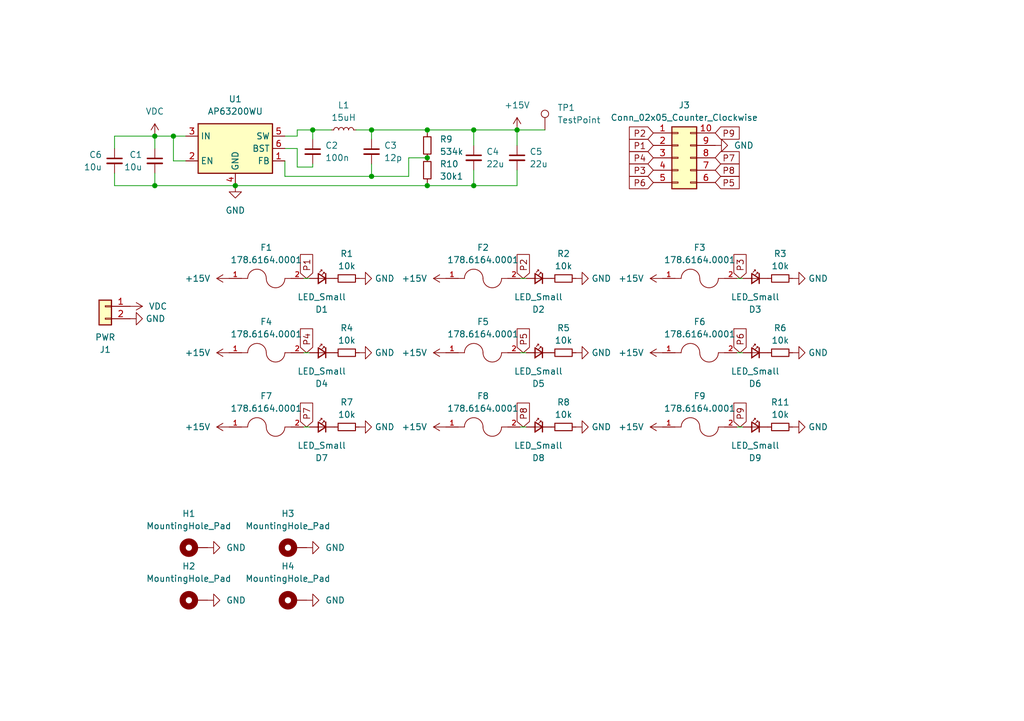
<source format=kicad_sch>
(kicad_sch (version 20230121) (generator eeschema)
  (paper "A5")
  (title_block (date "2025-10-14") (rev "v2025.10") (company "NCKU Formula Racing"))
  (lib_symbols
    (symbol "178.6164.0001:178.6164.0001" (pin_names (offset 1.016))
      (property "Reference" "J" (at -2.54 5.08 0))
      (property "Value" "178.6164.0001" (at -2.54 -5.08 0))
      (symbol "178.6164.0001_0_0"
        (arc (start 0 0) (mid -1.905 1.8967) (end -3.81 0) (stroke (width 0.1524)))
        (polyline (pts (xy -5.08 0) (xy -3.81 0)) (stroke (width 0.1524)))
        (polyline (pts (xy 5.08 0) (xy 3.81 0)) (stroke (width 0.1524)))
        (arc (start 0 0) (mid 1.905 -1.8967) (end 3.81 0) (stroke (width 0.1524)))
        (pin passive line (at -7.62 0 0) (length 2.54) (name "~") (number "1"))
        (pin passive line (at 7.62 0 180) (length 2.54) (name "~") (number "2"))
      )
    )
    (symbol "Connector:TestPoint" (pin_numbers hide) (pin_names (offset 0.762) hide)
      (property "Reference" "TP" (at 0 6.858 0))
      (property "Value" "TestPoint" (at 0 5.08 0))
      (symbol "TestPoint_0_1"
        (circle (center 0 3.302) (radius 0.762))
      )
      (symbol "TestPoint_1_1"
        (pin passive line (at 0 0 90) (length 2.54) (name "1") (number "1"))
      )
    )
    (symbol "Connector_Generic:Conn_01x02" (pin_names (offset 1.016) hide)
      (property "Reference" "J" (at 0 2.54 0))
      (property "Value" "Conn_01x02" (at 0 -5.08 0))
      (symbol "Conn_01x02_1_1"
        (rectangle (start -1.27 -2.413) (end 0 -2.667) (stroke (width 0.1524)))
        (rectangle (start -1.27 0.127) (end 0 -0.127) (stroke (width 0.1524)))
        (rectangle (start -1.27 1.27) (end 1.27 -3.81) (stroke (width 0.254)) (fill (type background)))
        (pin passive line (at -5.08 0 0) (length 3.81) (name "Pin_1") (number "1"))
        (pin passive line (at -5.08 -2.54 0) (length 3.81) (name "Pin_2") (number "2"))
      )
    )
    (symbol "Connector_Generic:Conn_02x05_Counter_Clockwise" (pin_names (offset 1.016) hide)
      (property "Reference" "J" (at 1.27 7.62 0))
      (property "Value" "Conn_02x05_Counter_Clockwise" (at 1.27 -7.62 0))
      (symbol "Conn_02x05_Counter_Clockwise_1_1"
        (rectangle (start -1.27 -4.953) (end 0 -5.207) (stroke (width 0.1524)))
        (rectangle (start -1.27 -2.413) (end 0 -2.667) (stroke (width 0.1524)))
        (rectangle (start -1.27 0.127) (end 0 -0.127) (stroke (width 0.1524)))
        (rectangle (start -1.27 2.667) (end 0 2.413) (stroke (width 0.1524)))
        (rectangle (start -1.27 5.207) (end 0 4.953) (stroke (width 0.1524)))
        (rectangle (start -1.27 6.35) (end 3.81 -6.35) (stroke (width 0.254)) (fill (type background)))
        (rectangle (start 3.81 -4.953) (end 2.54 -5.207) (stroke (width 0.1524)))
        (rectangle (start 3.81 -2.413) (end 2.54 -2.667) (stroke (width 0.1524)))
        (rectangle (start 3.81 0.127) (end 2.54 -0.127) (stroke (width 0.1524)))
        (rectangle (start 3.81 2.667) (end 2.54 2.413) (stroke (width 0.1524)))
        (rectangle (start 3.81 5.207) (end 2.54 4.953) (stroke (width 0.1524)))
        (pin passive line (at -5.08 5.08 0) (length 3.81) (name "Pin_1") (number "1"))
        (pin passive line (at 7.62 5.08 180) (length 3.81) (name "Pin_10") (number "10"))
        (pin passive line (at -5.08 2.54 0) (length 3.81) (name "Pin_2") (number "2"))
        (pin passive line (at -5.08 0 0) (length 3.81) (name "Pin_3") (number "3"))
        (pin passive line (at -5.08 -2.54 0) (length 3.81) (name "Pin_4") (number "4"))
        (pin passive line (at -5.08 -5.08 0) (length 3.81) (name "Pin_5") (number "5"))
        (pin passive line (at 7.62 -5.08 180) (length 3.81) (name "Pin_6") (number "6"))
        (pin passive line (at 7.62 -2.54 180) (length 3.81) (name "Pin_7") (number "7"))
        (pin passive line (at 7.62 0 180) (length 3.81) (name "Pin_8") (number "8"))
        (pin passive line (at 7.62 2.54 180) (length 3.81) (name "Pin_9") (number "9"))
      )
    )
    (symbol "Device:C_Small" (pin_numbers hide) (pin_names (offset 0.254) hide)
      (property "Reference" "C" (at 0.254 1.778 0))
      (property "Value" "C_Small" (at 0.254 -2.032 0))
      (symbol "C_Small_0_1"
        (polyline (pts (xy -1.524 -0.508) (xy 1.524 -0.508)) (stroke (width 0.3302)))
        (polyline (pts (xy -1.524 0.508) (xy 1.524 0.508)) (stroke (width 0.3048)))
      )
      (symbol "C_Small_1_1"
        (pin passive line (at 0 2.54 270) (length 2.032) (name "~") (number "1"))
        (pin passive line (at 0 -2.54 90) (length 2.032) (name "~") (number "2"))
      )
    )
    (symbol "Device:LED_Small" (pin_numbers hide) (pin_names (offset 0.254) hide)
      (property "Reference" "D" (at -1.27 3.175 0))
      (property "Value" "LED_Small" (at -4.445 -2.54 0))
      (symbol "LED_Small_0_1"
        (polyline (pts (xy -0.762 -1.016) (xy -0.762 1.016)) (stroke (width 0.254)))
        (polyline (pts (xy 1.016 0) (xy -0.762 0)))
        (polyline (pts (xy 0.762 -1.016) (xy -0.762 0) (xy 0.762 1.016) (xy 0.762 -1.016)) (stroke (width 0.254)))
        (polyline (pts (xy 0 0.762) (xy -0.508 1.27) (xy -0.254 1.27) (xy -0.508 1.27) (xy -0.508 1.016)))
        (polyline (pts (xy 0.508 1.27) (xy 0 1.778) (xy 0.254 1.778) (xy 0 1.778) (xy 0 1.524)))
      )
      (symbol "LED_Small_1_1"
        (pin passive line (at -2.54 0 0) (length 1.778) (name "K") (number "1"))
        (pin passive line (at 2.54 0 180) (length 1.778) (name "A") (number "2"))
      )
    )
    (symbol "Device:L_Small" (pin_numbers hide) (pin_names (offset 0.254) hide)
      (property "Reference" "L" (at 0.762 1.016 0))
      (property "Value" "L_Small" (at 0.762 -1.016 0))
      (symbol "L_Small_0_1"
        (arc (start 0 -2.032) (mid 0.5058 -1.524) (end 0 -1.016))
        (arc (start 0 -1.016) (mid 0.5058 -0.508) (end 0 0))
        (arc (start 0 0) (mid 0.5058 0.508) (end 0 1.016))
        (arc (start 0 1.016) (mid 0.5058 1.524) (end 0 2.032))
      )
      (symbol "L_Small_1_1"
        (pin passive line (at 0 2.54 270) (length 0.508) (name "~") (number "1"))
        (pin passive line (at 0 -2.54 90) (length 0.508) (name "~") (number "2"))
      )
    )
    (symbol "Device:R_Small" (pin_numbers hide) (pin_names (offset 0.254) hide)
      (property "Reference" "R" (at 0.762 0.508 0))
      (property "Value" "R_Small" (at 0.762 -1.016 0))
      (symbol "R_Small_0_1"
        (rectangle (start -0.762 1.778) (end 0.762 -1.778) (stroke (width 0.2032)))
      )
      (symbol "R_Small_1_1"
        (pin passive line (at 0 2.54 270) (length 0.762) (name "~") (number "1"))
        (pin passive line (at 0 -2.54 90) (length 0.762) (name "~") (number "2"))
      )
    )
    (symbol "Mechanical:MountingHole_Pad" (pin_numbers hide) (pin_names (offset 1.016) hide)
      (property "Reference" "H" (at 0 6.35 0))
      (property "Value" "MountingHole_Pad" (at 0 4.445 0))
      (symbol "MountingHole_Pad_0_1"
        (circle (center 0 1.27) (radius 1.27) (stroke (width 1.27)))
      )
      (symbol "MountingHole_Pad_1_1"
        (pin input line (at 0 -2.54 90) (length 2.54) (name "1") (number "1"))
      )
    )
    (symbol "Regulator_Switching:AP63200WU"
      (property "Reference" "U" (at -7.62 6.35 0))
      (property "Value" "AP63200WU" (at 2.54 6.35 0))
      (symbol "AP63200WU_0_1"
        (rectangle (start -7.62 5.08) (end 7.62 -5.08) (stroke (width 0.254)) (fill (type background)))
      )
      (symbol "AP63200WU_1_1"
        (pin input line (at 10.16 -2.54 180) (length 2.54) (name "FB") (number "1"))
        (pin input line (at -10.16 -2.54 0) (length 2.54) (name "EN") (number "2"))
        (pin power_in line (at -10.16 2.54 0) (length 2.54) (name "IN") (number "3"))
        (pin power_in line (at 0 -7.62 90) (length 2.54) (name "GND") (number "4"))
        (pin output line (at 10.16 2.54 180) (length 2.54) (name "SW") (number "5"))
        (pin passive line (at 10.16 0 180) (length 2.54) (name "BST") (number "6"))
      )
    )
    (symbol "power:+15V" (power) (pin_names (offset 0))
      (property "Value" "+15V" (at 0 3.556 0))
      (symbol "+15V_0_1"
        (polyline (pts (xy -0.762 1.27) (xy 0 2.54)))
        (polyline (pts (xy 0 0) (xy 0 2.54)))
        (polyline (pts (xy 0 2.54) (xy 0.762 1.27)))
      )
      (symbol "+15V_1_1"
        (pin power_in line (at 0 0 90) (length 0) hide (name "+15V") (number "1"))
      )
    )
    (symbol "power:GND" (power) (pin_names (offset 0))
      (property "Value" "GND" (at 0 -3.81 0))
      (symbol "GND_0_1"
        (polyline (pts (xy 0 0) (xy 0 -1.27) (xy 1.27 -1.27) (xy 0 -2.54) (xy -1.27 -1.27) (xy 0 -1.27)))
      )
      (symbol "GND_1_1"
        (pin power_in line (at 0 0 270) (length 0) hide (name "GND") (number "1"))
      )
    )
    (symbol "power:VDC" (power) (pin_names (offset 0))
      (property "Value" "VDC" (at 0 6.35 0))
      (symbol "VDC_0_1"
        (polyline (pts (xy -0.762 1.27) (xy 0 2.54)))
        (polyline (pts (xy 0 0) (xy 0 2.54)))
        (polyline (pts (xy 0 2.54) (xy 0.762 1.27)))
      )
      (symbol "VDC_1_1"
        (pin power_in line (at 0 0 90) (length 0) hide (name "VDC") (number "1"))
      )
    )
  )
  (junction (at 97.155 38.1))
  (junction (at 31.75 38.1))
  (junction (at 31.75 27.94))
  (junction (at 106.045 26.67))
  (junction (at 76.2 26.67))
  (junction (at 87.63 32.385))
  (junction (at 87.63 26.67))
  (junction (at 76.2 36.195))
  (junction (at 48.26 38.1))
  (junction (at 64.135 26.67))
  (junction (at 35.56 27.94))
  (junction (at 87.63 38.1))
  (junction (at 97.155 26.67))
  (wire (pts (xy 97.155 38.1) (xy 87.63 38.1)))
  (wire (pts (xy 97.155 26.67) (xy 106.045 26.67)))
  (wire (pts (xy 31.75 27.94) (xy 35.56 27.94)))
  (wire (pts (xy 23.495 38.1) (xy 31.75 38.1)))
  (wire (pts (xy 83.82 36.195) (xy 83.82 32.385)))
  (wire (pts (xy 83.82 32.385) (xy 87.63 32.385)))
  (wire (pts (xy 106.045 26.67) (xy 111.76 26.67)))
  (wire (pts (xy 23.495 27.94) (xy 23.495 30.48)))
  (wire (pts (xy 23.495 35.56) (xy 23.495 38.1)))
  (wire (pts (xy 151.13 57.15) (xy 152.4 57.15)))
  (wire (pts (xy 97.155 38.1) (xy 106.045 38.1)))
  (wire (pts (xy 62.23 72.39) (xy 63.5 72.39)))
  (wire (pts (xy 151.13 87.63) (xy 152.4 87.63)))
  (wire (pts (xy 31.75 35.56) (xy 31.75 38.1)))
  (wire (pts (xy 60.96 26.67) (xy 60.96 27.94)))
  (wire (pts (xy 64.135 28.575) (xy 64.135 26.67)))
  (wire (pts (xy 35.56 33.02) (xy 38.1 33.02)))
  (wire (pts (xy 97.155 34.925) (xy 97.155 38.1)))
  (wire (pts (xy 60.96 34.29) (xy 64.135 34.29)))
  (wire (pts (xy 31.75 27.94) (xy 31.75 30.48)))
  (wire (pts (xy 73.025 26.67) (xy 76.2 26.67)))
  (wire (pts (xy 76.2 26.67) (xy 76.2 28.575)))
  (wire (pts (xy 62.23 57.15) (xy 63.5 57.15)))
  (wire (pts (xy 97.155 29.845) (xy 97.155 26.67)))
  (wire (pts (xy 106.68 57.15) (xy 107.95 57.15)))
  (wire (pts (xy 87.63 38.1) (xy 48.26 38.1)))
  (wire (pts (xy 76.2 36.195) (xy 76.2 33.655)))
  (wire (pts (xy 58.42 30.48) (xy 60.96 30.48)))
  (wire (pts (xy 106.68 87.63) (xy 107.95 87.63)))
  (wire (pts (xy 64.135 34.29) (xy 64.135 33.655)))
  (wire (pts (xy 87.63 27.305) (xy 87.63 26.67)))
  (wire (pts (xy 31.75 38.1) (xy 48.26 38.1)))
  (wire (pts (xy 35.56 27.94) (xy 38.1 27.94)))
  (wire (pts (xy 151.13 72.39) (xy 152.4 72.39)))
  (wire (pts (xy 106.68 72.39) (xy 107.95 72.39)))
  (wire (pts (xy 62.23 87.63) (xy 63.5 87.63)))
  (wire (pts (xy 58.42 36.195) (xy 76.2 36.195)))
  (wire (pts (xy 58.42 33.02) (xy 58.42 36.195)))
  (wire (pts (xy 87.63 37.465) (xy 87.63 38.1)))
  (wire (pts (xy 76.2 36.195) (xy 83.82 36.195)))
  (wire (pts (xy 23.495 27.94) (xy 31.75 27.94)))
  (wire (pts (xy 60.96 26.67) (xy 64.135 26.67)))
  (wire (pts (xy 106.045 34.925) (xy 106.045 38.1)))
  (wire (pts (xy 106.045 26.67) (xy 106.045 29.845)))
  (wire (pts (xy 60.96 30.48) (xy 60.96 34.29)))
  (wire (pts (xy 64.135 26.67) (xy 67.945 26.67)))
  (wire (pts (xy 76.2 26.67) (xy 87.63 26.67)))
  (wire (pts (xy 87.63 26.67) (xy 97.155 26.67)))
  (wire (pts (xy 60.96 27.94) (xy 58.42 27.94)))
  (wire (pts (xy 35.56 27.94) (xy 35.56 33.02)))
  (global_label "P2" (shape input) (at 133.985 27.305 180) (property "Intersheetrefs" "${INTERSHEET_REFS}" (effects hide)))
  (global_label "P6" (shape input) (at 151.765 72.39 90) (property "Intersheetrefs" "${INTERSHEET_REFS}" (effects hide)))
  (global_label "P5" (shape input) (at 107.315 72.39 90) (property "Intersheetrefs" "${INTERSHEET_REFS}" (effects hide)))
  (global_label "P9" (shape input) (at 151.765 87.63 90) (property "Intersheetrefs" "${INTERSHEET_REFS}" (effects hide)))
  (global_label "P8" (shape input) (at 146.685 34.925 0) (property "Intersheetrefs" "${INTERSHEET_REFS}" (effects hide)))
  (global_label "P1" (shape input) (at 133.985 29.845 180) (property "Intersheetrefs" "${INTERSHEET_REFS}" (effects hide)))
  (global_label "P1" (shape input) (at 62.865 57.15 90) (property "Intersheetrefs" "${INTERSHEET_REFS}" (effects hide)))
  (global_label "P7" (shape input) (at 146.685 32.385 0) (property "Intersheetrefs" "${INTERSHEET_REFS}" (effects hide)))
  (global_label "P6" (shape input) (at 133.985 37.465 180) (property "Intersheetrefs" "${INTERSHEET_REFS}" (effects hide)))
  (global_label "P9" (shape input) (at 146.685 27.305 0) (property "Intersheetrefs" "${INTERSHEET_REFS}" (effects hide)))
  (global_label "P7" (shape input) (at 62.865 87.63 90) (property "Intersheetrefs" "${INTERSHEET_REFS}" (effects hide)))
  (global_label "P5" (shape input) (at 146.685 37.465 0) (property "Intersheetrefs" "${INTERSHEET_REFS}" (effects hide)))
  (global_label "P4" (shape input) (at 133.985 32.385 180) (property "Intersheetrefs" "${INTERSHEET_REFS}" (effects hide)))
  (global_label "P4" (shape input) (at 62.865 72.39 90) (property "Intersheetrefs" "${INTERSHEET_REFS}" (effects hide)))
  (global_label "P3" (shape input) (at 133.985 34.925 180) (property "Intersheetrefs" "${INTERSHEET_REFS}" (effects hide)))
  (global_label "P8" (shape input) (at 107.315 87.63 90) (property "Intersheetrefs" "${INTERSHEET_REFS}" (effects hide)))
  (global_label "P2" (shape input) (at 107.315 57.15 90) (property "Intersheetrefs" "${INTERSHEET_REFS}" (effects hide)))
  (global_label "P3" (shape input) (at 151.765 57.15 90) (property "Intersheetrefs" "${INTERSHEET_REFS}" (effects hide)))
  (symbol (lib_id "power:GND") (at 162.56 57.15 90) (unit 1)
    (property "Reference" "#PWR07" (effects hide))
    (property "Value" "GND" (at 165.735 57.15 90) (effects (justify right)))
  )
  (symbol (lib_id "Device:LED_Small") (at 110.49 72.39 0) (mirror y) (unit 1)
    (property "Reference" "D5" (at 110.4265 78.74 0))
    (property "Value" "LED_Small" (at 110.4265 76.2 0))
    (property "Footprint" "LED_SMD:LED_0805_2012Metric" (effects hide))
  )
  (symbol (lib_id "178.6164.0001:178.6164.0001") (at 99.06 87.63 0) (unit 1)
    (property "Reference" "F8" (at 99.06 81.28 0))
    (property "Value" "178.6164.0001" (at 99.06 83.82 0))
    (property "Footprint" "fuseholder:LITTELFUSE_178.6164.0001" (effects hide))
    (property "MF" "Littelfuse Inc." (effects hide))
    (property "MAXIMUM_PACKAGE_HEIGHT" "17.50mm" (effects hide))
    (property "Package" "None" (effects hide))
    (property "Price" "None" (effects hide))
    (property "Check_prices" "https://www.snapeda.com/parts/178.6164.0001/Littelfuse/view-part/?ref=eda" (effects hide))
    (property "STANDARD" "Manufacturer Recommendations" (effects hide))
    (property "PARTREV" "06.04.05" (effects hide))
    (property "SnapEDA_Link" "https://www.snapeda.com/parts/178.6164.0001/Littelfuse/view-part/?ref=snap" (effects hide))
    (property "MP" "178.6164.0001" (effects hide))
    (property "Description" "\n                        \n                            FUSE HOLDER BLADE 80V PCB | Littelfuse 178.6164.0001\n                        \n" (effects hide))
    (property "SNAPEDA_PN" "178.6164.0002" (effects hide))
    (property "Availability" "In Stock" (effects hide))
    (property "MANUFACTURER" "Littelfuse" (effects hide))
  )
  (symbol (lib_id "Device:R_Small") (at 71.12 57.15 270) (mirror x) (unit 1)
    (property "Reference" "R1" (at 71.12 52.07 90))
    (property "Value" "10k" (at 71.12 54.61 90))
    (property "Footprint" "Resistor_SMD:R_0603_1608Metric" (effects hide))
  )
  (symbol (lib_id "Device:R_Small") (at 160.02 72.39 270) (mirror x) (unit 1)
    (property "Reference" "R6" (at 160.02 67.31 90))
    (property "Value" "10k" (at 160.02 69.85 90))
    (property "Footprint" "Resistor_SMD:R_0603_1608Metric" (effects hide))
  )
  (symbol (lib_id "Device:LED_Small") (at 110.49 87.63 0) (mirror y) (unit 1)
    (property "Reference" "D8" (at 110.4265 93.98 0))
    (property "Value" "LED_Small" (at 110.4265 91.44 0))
    (property "Footprint" "LED_SMD:LED_0805_2012Metric" (effects hide))
  )
  (symbol (lib_id "Connector_Generic:Conn_01x02") (at 21.59 62.865 0) (mirror y) (unit 1)
    (property "Reference" "J1" (at 21.59 71.755 0))
    (property "Value" "PWR" (at 21.59 69.215 0))
    (property "Footprint" "Connector_AMASS:AMASS_XT60-M_1x02_P7.20mm_Vertical" (effects hide))
  )
  (symbol (lib_id "power:GND") (at 42.545 123.19 90) (unit 1)
    (property "Reference" "#PWR020" (effects hide))
    (property "Value" "GND" (at 46.355 123.19 90) (effects (justify right)))
  )
  (symbol (lib_id "power:+15V") (at 135.89 72.39 90) (unit 1)
    (property "Reference" "#PWR012" (effects hide))
    (property "Value" "+15V" (at 132.08 72.39 90) (effects (justify left)))
  )
  (symbol (lib_id "power:+15V") (at 46.99 72.39 90) (unit 1)
    (property "Reference" "#PWR08" (effects hide))
    (property "Value" "+15V" (at 43.18 72.39 90) (effects (justify left)))
  )
  (symbol (lib_id "Device:LED_Small") (at 66.04 87.63 0) (mirror y) (unit 1)
    (property "Reference" "D7" (at 65.9765 93.98 0))
    (property "Value" "LED_Small" (at 65.9765 91.44 0))
    (property "Footprint" "LED_SMD:LED_0805_2012Metric" (effects hide))
  )
  (symbol (lib_id "power:+15V") (at 91.44 72.39 90) (unit 1)
    (property "Reference" "#PWR010" (effects hide))
    (property "Value" "+15V" (at 87.63 72.39 90) (effects (justify left)))
  )
  (symbol (lib_id "power:GND") (at 118.11 57.15 90) (unit 1)
    (property "Reference" "#PWR05" (effects hide))
    (property "Value" "GND" (at 121.285 57.15 90) (effects (justify right)))
  )
  (symbol (lib_id "Device:R_Small") (at 87.63 34.925 0) (unit 1)
    (property "Reference" "R10" (at 90.17 33.655 0) (effects (justify left)))
    (property "Value" "30k1" (at 90.17 36.195 0) (effects (justify left)))
    (property "Footprint" "Resistor_SMD:R_0603_1608Metric" (effects hide))
  )
  (symbol (lib_id "178.6164.0001:178.6164.0001") (at 143.51 87.63 0) (unit 1)
    (property "Reference" "F9" (at 143.51 81.28 0))
    (property "Value" "178.6164.0001" (at 143.51 83.82 0))
    (property "Footprint" "fuseholder:LITTELFUSE_178.6164.0001" (effects hide))
    (property "MF" "Littelfuse Inc." (effects hide))
    (property "MAXIMUM_PACKAGE_HEIGHT" "17.50mm" (effects hide))
    (property "Package" "None" (effects hide))
    (property "Price" "None" (effects hide))
    (property "Check_prices" "https://www.snapeda.com/parts/178.6164.0001/Littelfuse/view-part/?ref=eda" (effects hide))
    (property "STANDARD" "Manufacturer Recommendations" (effects hide))
    (property "PARTREV" "06.04.05" (effects hide))
    (property "SnapEDA_Link" "https://www.snapeda.com/parts/178.6164.0001/Littelfuse/view-part/?ref=snap" (effects hide))
    (property "MP" "178.6164.0001" (effects hide))
    (property "Description" "\n                        \n                            FUSE HOLDER BLADE 80V PCB | Littelfuse 178.6164.0001\n                        \n" (effects hide))
    (property "SNAPEDA_PN" "178.6164.0002" (effects hide))
    (property "Availability" "In Stock" (effects hide))
    (property "MANUFACTURER" "Littelfuse" (effects hide))
  )
  (symbol (lib_id "power:+15V") (at 46.99 87.63 90) (unit 1)
    (property "Reference" "#PWR014" (effects hide))
    (property "Value" "+15V" (at 43.18 87.63 90) (effects (justify left)))
  )
  (symbol (lib_id "power:GND") (at 62.865 123.19 90) (unit 1)
    (property "Reference" "#PWR022" (effects hide))
    (property "Value" "GND" (at 66.675 123.19 90) (effects (justify right)))
  )
  (symbol (lib_id "178.6164.0001:178.6164.0001") (at 143.51 72.39 0) (unit 1)
    (property "Reference" "F6" (at 143.51 66.04 0))
    (property "Value" "178.6164.0001" (at 143.51 68.58 0))
    (property "Footprint" "fuseholder:LITTELFUSE_178.6164.0001" (effects hide))
    (property "MF" "Littelfuse Inc." (effects hide))
    (property "MAXIMUM_PACKAGE_HEIGHT" "17.50mm" (effects hide))
    (property "Package" "None" (effects hide))
    (property "Price" "None" (effects hide))
    (property "Check_prices" "https://www.snapeda.com/parts/178.6164.0001/Littelfuse/view-part/?ref=eda" (effects hide))
    (property "STANDARD" "Manufacturer Recommendations" (effects hide))
    (property "PARTREV" "06.04.05" (effects hide))
    (property "SnapEDA_Link" "https://www.snapeda.com/parts/178.6164.0001/Littelfuse/view-part/?ref=snap" (effects hide))
    (property "MP" "178.6164.0001" (effects hide))
    (property "Description" "\n                        \n                            FUSE HOLDER BLADE 80V PCB | Littelfuse 178.6164.0001\n                        \n" (effects hide))
    (property "SNAPEDA_PN" "178.6164.0002" (effects hide))
    (property "Availability" "In Stock" (effects hide))
    (property "MANUFACTURER" "Littelfuse" (effects hide))
  )
  (symbol (lib_id "power:GND") (at 62.865 112.395 90) (unit 1)
    (property "Reference" "#PWR021" (effects hide))
    (property "Value" "GND" (at 66.675 112.395 90) (effects (justify right)))
  )
  (symbol (lib_id "Regulator_Switching:AP63200WU") (at 48.26 30.48 0) (unit 1)
    (property "Reference" "U1" (at 48.26 20.32 0))
    (property "Value" "AP63200WU" (at 48.26 22.86 0))
    (property "Footprint" "Package_TO_SOT_SMD:TSOT-23-6" (effects hide))
    (property "Datasheet" "https://www.diodes.com/assets/Datasheets/AP63200-AP63201-AP63203-AP63205.pdf" (effects hide))
  )
  (symbol (lib_id "178.6164.0001:178.6164.0001") (at 99.06 57.15 0) (unit 1)
    (property "Reference" "F2" (at 99.06 50.8 0))
    (property "Value" "178.6164.0001" (at 99.06 53.34 0))
    (property "Footprint" "fuseholder:LITTELFUSE_178.6164.0001" (effects hide))
    (property "MF" "Littelfuse Inc." (effects hide))
    (property "MAXIMUM_PACKAGE_HEIGHT" "17.50mm" (effects hide))
    (property "Package" "None" (effects hide))
    (property "Price" "None" (effects hide))
    (property "Check_prices" "https://www.snapeda.com/parts/178.6164.0001/Littelfuse/view-part/?ref=eda" (effects hide))
    (property "STANDARD" "Manufacturer Recommendations" (effects hide))
    (property "PARTREV" "06.04.05" (effects hide))
    (property "SnapEDA_Link" "https://www.snapeda.com/parts/178.6164.0001/Littelfuse/view-part/?ref=snap" (effects hide))
    (property "MP" "178.6164.0001" (effects hide))
    (property "Description" "\n                        \n                            FUSE HOLDER BLADE 80V PCB | Littelfuse 178.6164.0001\n                        \n" (effects hide))
    (property "SNAPEDA_PN" "178.6164.0002" (effects hide))
    (property "Availability" "In Stock" (effects hide))
    (property "MANUFACTURER" "Littelfuse" (effects hide))
  )
  (symbol (lib_id "Device:LED_Small") (at 66.04 57.15 0) (mirror y) (unit 1)
    (property "Reference" "D1" (at 65.9765 63.5 0))
    (property "Value" "LED_Small" (at 65.9765 60.96 0))
    (property "Footprint" "LED_SMD:LED_0805_2012Metric" (effects hide))
  )
  (symbol (lib_id "power:GND") (at 118.11 72.39 90) (unit 1)
    (property "Reference" "#PWR011" (effects hide))
    (property "Value" "GND" (at 121.285 72.39 90) (effects (justify right)))
  )
  (symbol (lib_id "Device:C_Small") (at 106.045 32.385 0) (unit 1)
    (property "Reference" "C5" (at 108.585 31.1213 0) (effects (justify left)))
    (property "Value" "22u" (at 108.585 33.6613 0) (effects (justify left)))
    (property "Footprint" "Capacitor_SMD:C_0805_2012Metric" (effects hide))
  )
  (symbol (lib_id "178.6164.0001:178.6164.0001") (at 143.51 57.15 0) (unit 1)
    (property "Reference" "F3" (at 143.51 50.8 0))
    (property "Value" "178.6164.0001" (at 143.51 53.34 0))
    (property "Footprint" "fuseholder:LITTELFUSE_178.6164.0001" (effects hide))
    (property "MF" "Littelfuse Inc." (effects hide))
    (property "MAXIMUM_PACKAGE_HEIGHT" "17.50mm" (effects hide))
    (property "Package" "None" (effects hide))
    (property "Price" "None" (effects hide))
    (property "Check_prices" "https://www.snapeda.com/parts/178.6164.0001/Littelfuse/view-part/?ref=eda" (effects hide))
    (property "STANDARD" "Manufacturer Recommendations" (effects hide))
    (property "PARTREV" "06.04.05" (effects hide))
    (property "SnapEDA_Link" "https://www.snapeda.com/parts/178.6164.0001/Littelfuse/view-part/?ref=snap" (effects hide))
    (property "MP" "178.6164.0001" (effects hide))
    (property "Description" "\n                        \n                            FUSE HOLDER BLADE 80V PCB | Littelfuse 178.6164.0001\n                        \n" (effects hide))
    (property "SNAPEDA_PN" "178.6164.0002" (effects hide))
    (property "Availability" "In Stock" (effects hide))
    (property "MANUFACTURER" "Littelfuse" (effects hide))
  )
  (symbol (lib_id "power:GND") (at 162.56 72.39 90) (unit 1)
    (property "Reference" "#PWR013" (effects hide))
    (property "Value" "GND" (at 165.735 72.39 90) (effects (justify right)))
  )
  (symbol (lib_id "power:GND") (at 162.56 87.63 90) (unit 1)
    (property "Reference" "#PWR024" (effects hide))
    (property "Value" "GND" (at 165.735 87.63 90) (effects (justify right)))
  )
  (symbol (lib_id "Device:C_Small") (at 97.155 32.385 0) (unit 1)
    (property "Reference" "C4" (at 99.695 31.1213 0) (effects (justify left)))
    (property "Value" "22u" (at 99.695 33.6613 0) (effects (justify left)))
    (property "Footprint" "Capacitor_SMD:C_0805_2012Metric" (effects hide))
  )
  (symbol (lib_id "power:+15V") (at 91.44 57.15 90) (unit 1)
    (property "Reference" "#PWR04" (effects hide))
    (property "Value" "+15V" (at 87.63 57.15 90) (effects (justify left)))
  )
  (symbol (lib_id "power:GND") (at 26.67 65.405 90) (unit 1)
    (property "Reference" "#PWR01" (effects hide))
    (property "Value" "GND" (at 29.845 65.405 90) (effects (justify right)))
  )
  (symbol (lib_id "power:GND") (at 118.11 87.63 90) (unit 1)
    (property "Reference" "#PWR018" (effects hide))
    (property "Value" "GND" (at 121.285 87.63 90) (effects (justify right)))
  )
  (symbol (lib_id "Device:LED_Small") (at 66.04 72.39 0) (mirror y) (unit 1)
    (property "Reference" "D4" (at 65.9765 78.74 0))
    (property "Value" "LED_Small" (at 65.9765 76.2 0))
    (property "Footprint" "LED_SMD:LED_0805_2012Metric" (effects hide))
  )
  (symbol (lib_id "Device:R_Small") (at 115.57 72.39 270) (mirror x) (unit 1)
    (property "Reference" "R5" (at 115.57 67.31 90))
    (property "Value" "10k" (at 115.57 69.85 90))
    (property "Footprint" "Resistor_SMD:R_0603_1608Metric" (effects hide))
  )
  (symbol (lib_id "Device:LED_Small") (at 110.49 57.15 0) (mirror y) (unit 1)
    (property "Reference" "D2" (at 110.4265 63.5 0))
    (property "Value" "LED_Small" (at 110.4265 60.96 0))
    (property "Footprint" "LED_SMD:LED_0805_2012Metric" (effects hide))
  )
  (symbol (lib_id "power:GND") (at 73.66 87.63 90) (unit 1)
    (property "Reference" "#PWR015" (effects hide))
    (property "Value" "GND" (at 76.835 87.63 90) (effects (justify right)))
  )
  (symbol (lib_id "Device:R_Small") (at 87.63 29.845 0) (unit 1)
    (property "Reference" "R9" (at 90.17 28.575 0) (effects (justify left)))
    (property "Value" "534k" (at 90.17 31.115 0) (effects (justify left)))
    (property "Footprint" "Resistor_SMD:R_0603_1608Metric" (effects hide))
  )
  (symbol (lib_id "power:+15V") (at 91.44 87.63 90) (unit 1)
    (property "Reference" "#PWR016" (effects hide))
    (property "Value" "+15V" (at 87.63 87.63 90) (effects (justify left)))
  )
  (symbol (lib_id "Device:C_Small") (at 64.135 31.115 0) (unit 1)
    (property "Reference" "C2" (at 66.675 29.8513 0) (effects (justify left)))
    (property "Value" "100n" (at 66.675 32.3913 0) (effects (justify left)))
    (property "Footprint" "Capacitor_SMD:C_0603_1608Metric" (effects hide))
  )
  (symbol (lib_id "Device:R_Small") (at 115.57 57.15 270) (mirror x) (unit 1)
    (property "Reference" "R2" (at 115.57 52.07 90))
    (property "Value" "10k" (at 115.57 54.61 90))
    (property "Footprint" "Resistor_SMD:R_0603_1608Metric" (effects hide))
  )
  (symbol (lib_id "Connector_Generic:Conn_02x05_Counter_Clockwise") (at 139.065 32.385 0) (unit 1)
    (property "Reference" "J3" (at 140.335 21.59 0))
    (property "Value" "Conn_02x05_Counter_Clockwise" (at 140.335 24.13 0))
    (property "Footprint" "Connector_PinHeader_2.54mm:PinHeader_2x05_P2.54mm_Vertical" (effects hide))
  )
  (symbol (lib_id "178.6164.0001:178.6164.0001") (at 99.06 72.39 0) (unit 1)
    (property "Reference" "F5" (at 99.06 66.04 0))
    (property "Value" "178.6164.0001" (at 99.06 68.58 0))
    (property "Footprint" "fuseholder:LITTELFUSE_178.6164.0001" (effects hide))
    (property "MF" "Littelfuse Inc." (effects hide))
    (property "MAXIMUM_PACKAGE_HEIGHT" "17.50mm" (effects hide))
    (property "Package" "None" (effects hide))
    (property "Price" "None" (effects hide))
    (property "Check_prices" "https://www.snapeda.com/parts/178.6164.0001/Littelfuse/view-part/?ref=eda" (effects hide))
    (property "STANDARD" "Manufacturer Recommendations" (effects hide))
    (property "PARTREV" "06.04.05" (effects hide))
    (property "SnapEDA_Link" "https://www.snapeda.com/parts/178.6164.0001/Littelfuse/view-part/?ref=snap" (effects hide))
    (property "MP" "178.6164.0001" (effects hide))
    (property "Description" "\n                        \n                            FUSE HOLDER BLADE 80V PCB | Littelfuse 178.6164.0001\n                        \n" (effects hide))
    (property "SNAPEDA_PN" "178.6164.0002" (effects hide))
    (property "Availability" "In Stock" (effects hide))
    (property "MANUFACTURER" "Littelfuse" (effects hide))
  )
  (symbol (lib_id "power:+15V") (at 46.99 57.15 90) (unit 1)
    (property "Reference" "#PWR03" (effects hide))
    (property "Value" "+15V" (at 43.18 57.15 90) (effects (justify left)))
  )
  (symbol (lib_id "Device:R_Small") (at 71.12 72.39 270) (mirror x) (unit 1)
    (property "Reference" "R4" (at 71.12 67.31 90))
    (property "Value" "10k" (at 71.12 69.85 90))
    (property "Footprint" "Resistor_SMD:R_0603_1608Metric" (effects hide))
  )
  (symbol (lib_id "178.6164.0001:178.6164.0001") (at 54.61 87.63 0) (unit 1)
    (property "Reference" "F7" (at 54.61 81.28 0))
    (property "Value" "178.6164.0001" (at 54.61 83.82 0))
    (property "Footprint" "fuseholder:LITTELFUSE_178.6164.0001" (effects hide))
    (property "MF" "Littelfuse Inc." (effects hide))
    (property "MAXIMUM_PACKAGE_HEIGHT" "17.50mm" (effects hide))
    (property "Package" "None" (effects hide))
    (property "Price" "None" (effects hide))
    (property "Check_prices" "https://www.snapeda.com/parts/178.6164.0001/Littelfuse/view-part/?ref=eda" (effects hide))
    (property "STANDARD" "Manufacturer Recommendations" (effects hide))
    (property "PARTREV" "06.04.05" (effects hide))
    (property "SnapEDA_Link" "https://www.snapeda.com/parts/178.6164.0001/Littelfuse/view-part/?ref=snap" (effects hide))
    (property "MP" "178.6164.0001" (effects hide))
    (property "Description" "\n                        \n                            FUSE HOLDER BLADE 80V PCB | Littelfuse 178.6164.0001\n                        \n" (effects hide))
    (property "SNAPEDA_PN" "178.6164.0002" (effects hide))
    (property "Availability" "In Stock" (effects hide))
    (property "MANUFACTURER" "Littelfuse" (effects hide))
  )
  (symbol (lib_id "power:GND") (at 73.66 57.15 90) (unit 1)
    (property "Reference" "#PWR017" (effects hide))
    (property "Value" "GND" (at 76.835 57.15 90) (effects (justify right)))
  )
  (symbol (lib_id "power:+15V") (at 135.89 57.15 90) (unit 1)
    (property "Reference" "#PWR06" (effects hide))
    (property "Value" "+15V" (at 132.08 57.15 90) (effects (justify left)))
  )
  (symbol (lib_id "Device:LED_Small") (at 154.94 87.63 0) (mirror y) (unit 1)
    (property "Reference" "D9" (at 154.8765 93.98 0))
    (property "Value" "LED_Small" (at 154.8765 91.44 0))
    (property "Footprint" "LED_SMD:LED_0805_2012Metric" (effects hide))
  )
  (symbol (lib_id "Mechanical:MountingHole_Pad") (at 40.005 112.395 90) (unit 1)
    (property "Reference" "H1" (at 38.735 105.41 90))
    (property "Value" "MountingHole_Pad" (at 38.735 107.95 90))
    (property "Footprint" "MountingHole:MountingHole_3.2mm_M3_ISO7380_Pad" (effects hide))
  )
  (symbol (lib_id "power:VDC") (at 26.67 62.865 270) (unit 1)
    (property "Reference" "#PWR02" (effects hide))
    (property "Value" "VDC" (at 30.48 62.865 90) (effects (justify left)))
  )
  (symbol (lib_id "178.6164.0001:178.6164.0001") (at 54.61 72.39 0) (unit 1)
    (property "Reference" "F4" (at 54.61 66.04 0))
    (property "Value" "178.6164.0001" (at 54.61 68.58 0))
    (property "Footprint" "fuseholder:LITTELFUSE_178.6164.0001" (effects hide))
    (property "MF" "Littelfuse Inc." (effects hide))
    (property "MAXIMUM_PACKAGE_HEIGHT" "17.50mm" (effects hide))
    (property "Package" "None" (effects hide))
    (property "Price" "None" (effects hide))
    (property "Check_prices" "https://www.snapeda.com/parts/178.6164.0001/Littelfuse/view-part/?ref=eda" (effects hide))
    (property "STANDARD" "Manufacturer Recommendations" (effects hide))
    (property "PARTREV" "06.04.05" (effects hide))
    (property "SnapEDA_Link" "https://www.snapeda.com/parts/178.6164.0001/Littelfuse/view-part/?ref=snap" (effects hide))
    (property "MP" "178.6164.0001" (effects hide))
    (property "Description" "\n                        \n                            FUSE HOLDER BLADE 80V PCB | Littelfuse 178.6164.0001\n                        \n" (effects hide))
    (property "SNAPEDA_PN" "178.6164.0002" (effects hide))
    (property "Availability" "In Stock" (effects hide))
    (property "MANUFACTURER" "Littelfuse" (effects hide))
  )
  (symbol (lib_id "Device:C_Small") (at 76.2 31.115 0) (unit 1)
    (property "Reference" "C3" (at 78.74 29.8513 0) (effects (justify left)))
    (property "Value" "12p" (at 78.74 32.3913 0) (effects (justify left)))
    (property "Footprint" "Capacitor_SMD:C_0603_1608Metric" (effects hide))
  )
  (symbol (lib_id "power:GND") (at 48.26 38.1 0) (unit 1)
    (property "Reference" "#PWR031" (effects hide))
    (property "Value" "GND" (at 48.26 43.18 0))
  )
  (symbol (lib_id "power:+15V") (at 106.045 26.67 0) (unit 1)
    (property "Reference" "#PWR033" (effects hide))
    (property "Value" "+15V" (at 106.045 21.59 0))
  )
  (symbol (lib_id "178.6164.0001:178.6164.0001") (at 54.61 57.15 0) (unit 1)
    (property "Reference" "F1" (at 54.61 50.8 0))
    (property "Value" "178.6164.0001" (at 54.61 53.34 0))
    (property "Footprint" "fuseholder:LITTELFUSE_178.6164.0001" (effects hide))
    (property "MF" "Littelfuse Inc." (effects hide))
    (property "MAXIMUM_PACKAGE_HEIGHT" "17.50mm" (effects hide))
    (property "Package" "None" (effects hide))
    (property "Price" "None" (effects hide))
    (property "Check_prices" "https://www.snapeda.com/parts/178.6164.0001/Littelfuse/view-part/?ref=eda" (effects hide))
    (property "STANDARD" "Manufacturer Recommendations" (effects hide))
    (property "PARTREV" "06.04.05" (effects hide))
    (property "SnapEDA_Link" "https://www.snapeda.com/parts/178.6164.0001/Littelfuse/view-part/?ref=snap" (effects hide))
    (property "MP" "178.6164.0001" (effects hide))
    (property "Description" "\n                        \n                            FUSE HOLDER BLADE 80V PCB | Littelfuse 178.6164.0001\n                        \n" (effects hide))
    (property "SNAPEDA_PN" "178.6164.0002" (effects hide))
    (property "Availability" "In Stock" (effects hide))
    (property "MANUFACTURER" "Littelfuse" (effects hide))
  )
  (symbol (lib_id "power:GND") (at 73.66 72.39 90) (unit 1)
    (property "Reference" "#PWR09" (effects hide))
    (property "Value" "GND" (at 76.835 72.39 90) (effects (justify right)))
  )
  (symbol (lib_id "Device:R_Small") (at 115.57 87.63 270) (mirror x) (unit 1)
    (property "Reference" "R8" (at 115.57 82.55 90))
    (property "Value" "10k" (at 115.57 85.09 90))
    (property "Footprint" "Resistor_SMD:R_0603_1608Metric" (effects hide))
  )
  (symbol (lib_id "power:GND") (at 42.545 112.395 90) (unit 1)
    (property "Reference" "#PWR019" (effects hide))
    (property "Value" "GND" (at 46.355 112.395 90) (effects (justify right)))
  )
  (symbol (lib_id "Device:R_Small") (at 71.12 87.63 270) (mirror x) (unit 1)
    (property "Reference" "R7" (at 71.12 82.55 90))
    (property "Value" "10k" (at 71.12 85.09 90))
    (property "Footprint" "Resistor_SMD:R_0603_1608Metric" (effects hide))
  )
  (symbol (lib_id "Device:R_Small") (at 160.02 87.63 270) (mirror x) (unit 1)
    (property "Reference" "R11" (at 160.02 82.55 90))
    (property "Value" "10k" (at 160.02 85.09 90))
    (property "Footprint" "Resistor_SMD:R_0603_1608Metric" (effects hide))
  )
  (symbol (lib_id "Device:R_Small") (at 160.02 57.15 270) (mirror x) (unit 1)
    (property "Reference" "R3" (at 160.02 52.07 90))
    (property "Value" "10k" (at 160.02 54.61 90))
    (property "Footprint" "Resistor_SMD:R_0603_1608Metric" (effects hide))
  )
  (symbol (lib_id "Device:L_Small") (at 70.485 26.67 90) (unit 1)
    (property "Reference" "L1" (at 70.485 21.59 90))
    (property "Value" "15uH" (at 70.485 24.13 90))
    (property "Footprint" "Inductor_SMD:L_Coilcraft_XAL6060-XXX" (effects hide))
  )
  (symbol (lib_id "Device:LED_Small") (at 154.94 72.39 0) (mirror y) (unit 1)
    (property "Reference" "D6" (at 154.8765 78.74 0))
    (property "Value" "LED_Small" (at 154.8765 76.2 0))
    (property "Footprint" "LED_SMD:LED_0805_2012Metric" (effects hide))
  )
  (symbol (lib_id "Mechanical:MountingHole_Pad") (at 60.325 123.19 90) (unit 1)
    (property "Reference" "H4" (at 59.055 116.205 90))
    (property "Value" "MountingHole_Pad" (at 59.055 118.745 90))
    (property "Footprint" "MountingHole:MountingHole_3.2mm_M3_ISO7380_Pad" (effects hide))
  )
  (symbol (lib_id "power:+15V") (at 135.89 87.63 90) (unit 1)
    (property "Reference" "#PWR023" (effects hide))
    (property "Value" "+15V" (at 132.08 87.63 90) (effects (justify left)))
  )
  (symbol (lib_id "Device:C_Small") (at 23.495 33.02 0) (mirror y) (unit 1)
    (property "Reference" "C6" (at 20.955 31.7563 0) (effects (justify left)))
    (property "Value" "10u" (at 20.955 34.2963 0) (effects (justify left)))
    (property "Footprint" "Capacitor_SMD:C_0805_2012Metric" (effects hide))
  )
  (symbol (lib_id "power:VDC") (at 31.75 27.94 0) (unit 1)
    (property "Reference" "#PWR032" (effects hide))
    (property "Value" "VDC" (at 31.75 22.86 0))
  )
  (symbol (lib_id "Connector:TestPoint") (at 111.76 26.67 0) (unit 1)
    (property "Reference" "TP1" (at 114.3 22.098 0) (effects (justify left)))
    (property "Value" "TestPoint" (at 114.3 24.638 0) (effects (justify left)))
    (property "Footprint" "TestPoint:TestPoint_THTPad_D1.5mm_Drill0.7mm" (effects hide))
  )
  (symbol (lib_id "Mechanical:MountingHole_Pad") (at 40.005 123.19 90) (unit 1)
    (property "Reference" "H2" (at 38.735 116.205 90))
    (property "Value" "MountingHole_Pad" (at 38.735 118.745 90))
    (property "Footprint" "MountingHole:MountingHole_3.2mm_M3_ISO7380_Pad" (effects hide))
  )
  (symbol (lib_id "power:GND") (at 146.685 29.845 90) (mirror x) (unit 1)
    (property "Reference" "#PWR025" (effects hide))
    (property "Value" "GND" (at 150.495 29.845 90) (effects (justify right)))
  )
  (symbol (lib_id "Device:LED_Small") (at 154.94 57.15 0) (mirror y) (unit 1)
    (property "Reference" "D3" (at 154.8765 63.5 0))
    (property "Value" "LED_Small" (at 154.8765 60.96 0))
    (property "Footprint" "LED_SMD:LED_0805_2012Metric" (effects hide))
  )
  (symbol (lib_id "Device:C_Small") (at 31.75 33.02 0) (mirror y) (unit 1)
    (property "Reference" "C1" (at 29.21 31.7563 0) (effects (justify left)))
    (property "Value" "10u" (at 29.21 34.2963 0) (effects (justify left)))
    (property "Footprint" "Capacitor_SMD:C_0805_2012Metric" (effects hide))
  )
  (symbol (lib_id "Mechanical:MountingHole_Pad") (at 60.325 112.395 90) (unit 1)
    (property "Reference" "H3" (at 59.055 105.41 90))
    (property "Value" "MountingHole_Pad" (at 59.055 107.95 90))
    (property "Footprint" "MountingHole:MountingHole_3.2mm_M3_ISO7380_Pad" (effects hide))
  )
)
</source>
